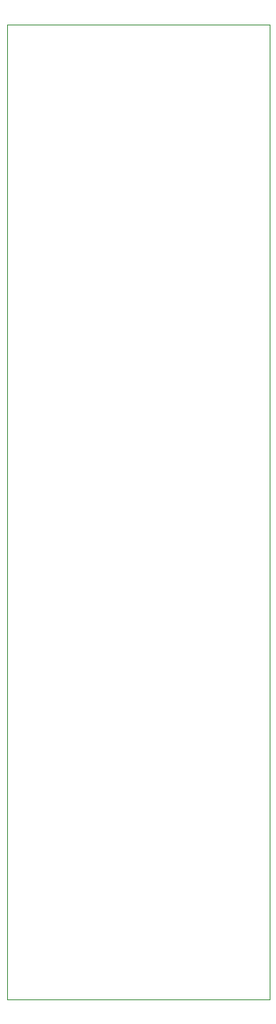
<source format=gbr>
%TF.GenerationSoftware,KiCad,Pcbnew,(6.0.4-0)*%
%TF.CreationDate,2022-12-20T09:34:11-08:00*%
%TF.ProjectId,harmonic_percolator,6861726d-6f6e-4696-935f-706572636f6c,rev?*%
%TF.SameCoordinates,Original*%
%TF.FileFunction,Profile,NP*%
%FSLAX46Y46*%
G04 Gerber Fmt 4.6, Leading zero omitted, Abs format (unit mm)*
G04 Created by KiCad (PCBNEW (6.0.4-0)) date 2022-12-20 09:34:11*
%MOMM*%
%LPD*%
G01*
G04 APERTURE LIST*
%TA.AperFunction,Profile*%
%ADD10C,0.100000*%
%TD*%
G04 APERTURE END LIST*
D10*
X119000000Y-45000000D02*
X91000000Y-45000000D01*
X91000000Y-45000000D02*
X91000000Y-149000000D01*
X91000000Y-149000000D02*
X119000000Y-149000000D01*
X119000000Y-149000000D02*
X119000000Y-45000000D01*
M02*

</source>
